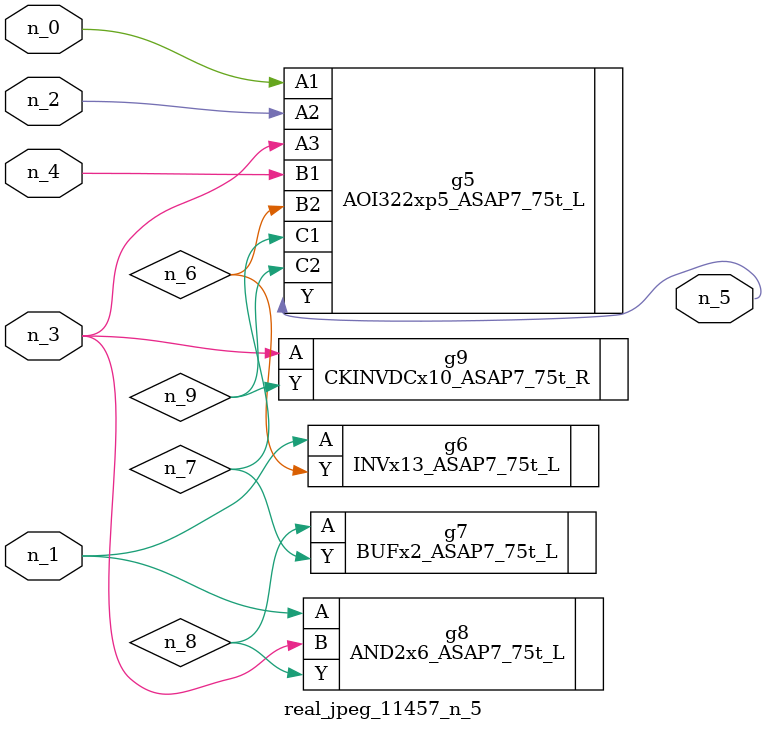
<source format=v>
module real_jpeg_11457_n_5 (n_4, n_0, n_1, n_2, n_3, n_5);

input n_4;
input n_0;
input n_1;
input n_2;
input n_3;

output n_5;

wire n_8;
wire n_6;
wire n_7;
wire n_9;

AOI322xp5_ASAP7_75t_L g5 ( 
.A1(n_0),
.A2(n_2),
.A3(n_3),
.B1(n_4),
.B2(n_6),
.C1(n_7),
.C2(n_9),
.Y(n_5)
);

INVx13_ASAP7_75t_L g6 ( 
.A(n_1),
.Y(n_6)
);

AND2x6_ASAP7_75t_L g8 ( 
.A(n_1),
.B(n_3),
.Y(n_8)
);

CKINVDCx10_ASAP7_75t_R g9 ( 
.A(n_3),
.Y(n_9)
);

BUFx2_ASAP7_75t_L g7 ( 
.A(n_8),
.Y(n_7)
);


endmodule
</source>
